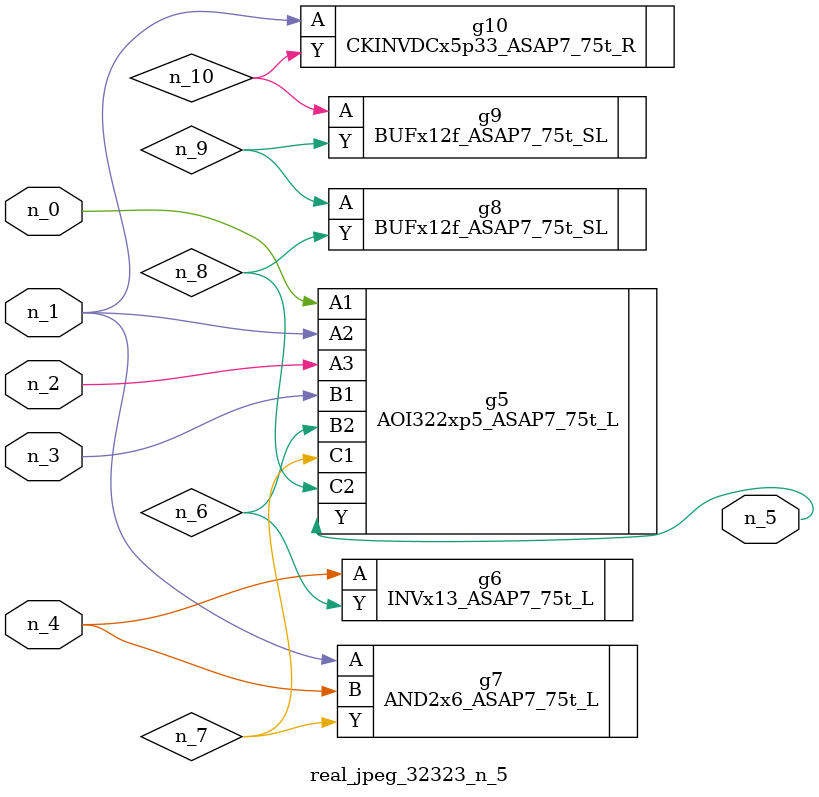
<source format=v>
module real_jpeg_32323_n_5 (n_4, n_0, n_1, n_2, n_3, n_5);

input n_4;
input n_0;
input n_1;
input n_2;
input n_3;

output n_5;

wire n_8;
wire n_6;
wire n_7;
wire n_10;
wire n_9;

AOI322xp5_ASAP7_75t_L g5 ( 
.A1(n_0),
.A2(n_1),
.A3(n_2),
.B1(n_3),
.B2(n_6),
.C1(n_7),
.C2(n_8),
.Y(n_5)
);

AND2x6_ASAP7_75t_L g7 ( 
.A(n_1),
.B(n_4),
.Y(n_7)
);

CKINVDCx5p33_ASAP7_75t_R g10 ( 
.A(n_1),
.Y(n_10)
);

INVx13_ASAP7_75t_L g6 ( 
.A(n_4),
.Y(n_6)
);

BUFx12f_ASAP7_75t_SL g8 ( 
.A(n_9),
.Y(n_8)
);

BUFx12f_ASAP7_75t_SL g9 ( 
.A(n_10),
.Y(n_9)
);


endmodule
</source>
